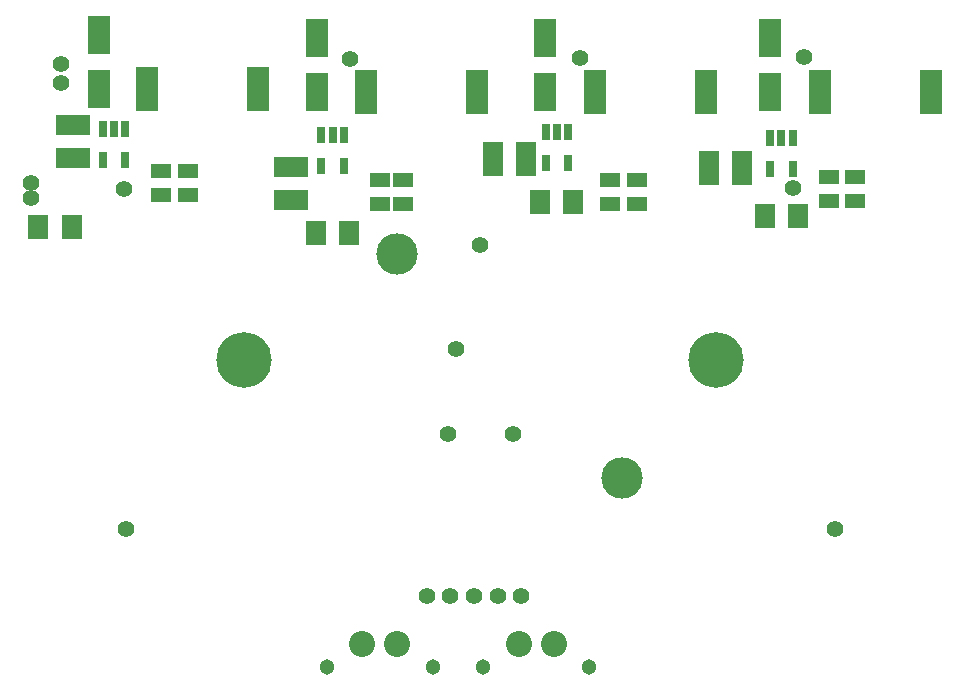
<source format=gbr>
G04 EAGLE Gerber RS-274X export*
G75*
%MOMM*%
%FSLAX34Y34*%
%LPD*%
%INSoldermask Bottom*%
%IPPOS*%
%AMOC8*
5,1,8,0,0,1.08239X$1,22.5*%
G01*
%ADD10C,4.703200*%
%ADD11C,3.503200*%
%ADD12R,1.803200X2.006200*%
%ADD13R,1.983200X3.763200*%
%ADD14R,1.803200X2.903200*%
%ADD15C,2.203200*%
%ADD16C,1.303200*%
%ADD17R,0.753200X1.403200*%
%ADD18R,1.703200X1.303200*%
%ADD19R,1.903200X3.203200*%
%ADD20R,2.903200X1.803200*%
%ADD21C,1.412800*%


D10*
X200000Y200000D03*
X600000Y200000D03*
D11*
X330000Y290000D03*
X520000Y100000D03*
D12*
X450405Y334300D03*
X478845Y334300D03*
D13*
X591500Y427200D03*
X497500Y427200D03*
D14*
X438700Y370500D03*
X410700Y370500D03*
D15*
X330000Y-40000D03*
X300000Y-40000D03*
D16*
X270000Y-59600D03*
X360000Y-59600D03*
D15*
X462500Y-40000D03*
X432500Y-40000D03*
D16*
X402500Y-59600D03*
X492500Y-59600D03*
D17*
X455500Y393000D03*
X465000Y393000D03*
X474500Y393000D03*
X474500Y367000D03*
X455500Y367000D03*
D18*
X510000Y353000D03*
X510000Y332000D03*
X532500Y332000D03*
X532500Y353000D03*
D19*
X455000Y427500D03*
X455000Y472500D03*
D12*
X25780Y312500D03*
X54220Y312500D03*
D13*
X212000Y430000D03*
X118000Y430000D03*
D20*
X55000Y371000D03*
X55000Y399000D03*
D17*
X80500Y395500D03*
X90000Y395500D03*
X99500Y395500D03*
X99500Y369500D03*
X80500Y369500D03*
D18*
X130000Y360500D03*
X130000Y339500D03*
X152500Y339500D03*
X152500Y360500D03*
D19*
X77500Y430000D03*
X77500Y475000D03*
D12*
X640780Y322500D03*
X669220Y322500D03*
D13*
X782000Y427500D03*
X688000Y427500D03*
D14*
X621500Y362500D03*
X593500Y362500D03*
D17*
X645500Y388000D03*
X655000Y388000D03*
X664500Y388000D03*
X664500Y362000D03*
X645500Y362000D03*
D18*
X695000Y355500D03*
X695000Y334500D03*
X717500Y334500D03*
X717500Y355500D03*
D19*
X645000Y427500D03*
X645000Y472500D03*
D12*
X260780Y307500D03*
X289220Y307500D03*
D13*
X397000Y427500D03*
X303000Y427500D03*
D20*
X240000Y364000D03*
X240000Y336000D03*
D17*
X265500Y390500D03*
X275000Y390500D03*
X284500Y390500D03*
X284500Y364500D03*
X265500Y364500D03*
D18*
X315000Y353000D03*
X315000Y332000D03*
X335000Y332000D03*
X335000Y353000D03*
D19*
X261700Y427500D03*
X261700Y472500D03*
D21*
X45152Y434500D03*
X289752Y455400D03*
X484452Y455700D03*
X674152Y456800D03*
X44752Y450700D03*
X354752Y700D03*
X374752Y700D03*
X394752Y700D03*
X414752Y700D03*
X434752Y700D03*
X20000Y350000D03*
X20000Y337500D03*
X372500Y137500D03*
X427500Y137500D03*
X98300Y345000D03*
X100000Y57500D03*
X664500Y345500D03*
X700000Y57500D03*
X379600Y209300D03*
X400000Y297500D03*
M02*

</source>
